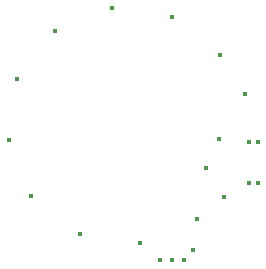
<source format=gbr>
%TF.GenerationSoftware,KiCad,Pcbnew,7.0.5.1-1-g8f565ef7f0-dirty-deb11*%
%TF.CreationDate,2023-07-26T12:03:11+00:00*%
%TF.ProjectId,pedalboard-led-ring,70656461-6c62-46f6-9172-642d6c65642d,1.0.0*%
%TF.SameCoordinates,Original*%
%TF.FileFunction,Plated,1,2,PTH,Drill*%
%TF.FilePolarity,Positive*%
%FSLAX46Y46*%
G04 Gerber Fmt 4.6, Leading zero omitted, Abs format (unit mm)*
G04 Created by KiCad (PCBNEW 7.0.5.1-1-g8f565ef7f0-dirty-deb11) date 2023-07-26 12:03:11*
%MOMM*%
%LPD*%
G01*
G04 APERTURE LIST*
%TA.AperFunction,ViaDrill*%
%ADD10C,0.400000*%
%TD*%
G04 APERTURE END LIST*
D10*
X70071797Y-61196152D03*
X70803848Y-56071797D03*
X72000000Y-66000000D03*
X74000000Y-52000000D03*
X76071797Y-69196152D03*
X78803848Y-50071797D03*
X81196152Y-69928203D03*
X82900000Y-71400000D03*
X83900000Y-71400000D03*
X83928203Y-50803848D03*
X84900000Y-71400000D03*
X85700000Y-70500000D03*
X86000000Y-67940000D03*
X86800000Y-63600000D03*
X87910000Y-61150000D03*
X88000000Y-54000000D03*
X88260000Y-66020000D03*
X90079502Y-57365000D03*
X90400000Y-61400000D03*
X90400000Y-64850000D03*
X91150000Y-61400000D03*
X91150000Y-64850000D03*
M02*

</source>
